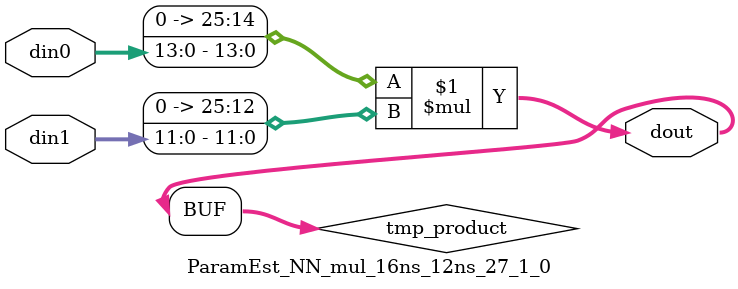
<source format=v>

`timescale 1 ns / 1 ps

  module ParamEst_NN_mul_16ns_12ns_27_1_0(din0, din1, dout);
parameter ID = 1;
parameter NUM_STAGE = 0;
parameter din0_WIDTH = 14;
parameter din1_WIDTH = 12;
parameter dout_WIDTH = 26;

input [din0_WIDTH - 1 : 0] din0; 
input [din1_WIDTH - 1 : 0] din1; 
output [dout_WIDTH - 1 : 0] dout;

wire signed [dout_WIDTH - 1 : 0] tmp_product;










assign tmp_product = $signed({1'b0, din0}) * $signed({1'b0, din1});











assign dout = tmp_product;







endmodule

</source>
